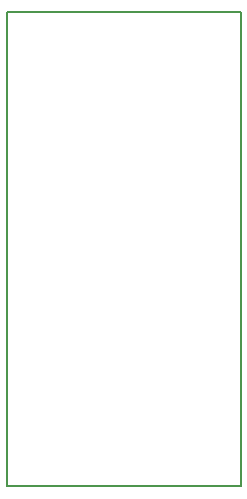
<source format=gbr>
%TF.GenerationSoftware,KiCad,Pcbnew,7.0.7-7.0.7~ubuntu23.04.1*%
%TF.CreationDate,2023-09-11T00:51:15+00:00*%
%TF.ProjectId,STEPUPDC02,53544550-5550-4444-9330-322e6b696361,rev?*%
%TF.SameCoordinates,Original*%
%TF.FileFunction,Profile,NP*%
%FSLAX46Y46*%
G04 Gerber Fmt 4.6, Leading zero omitted, Abs format (unit mm)*
G04 Created by KiCad (PCBNEW 7.0.7-7.0.7~ubuntu23.04.1) date 2023-09-11 00:51:15*
%MOMM*%
%LPD*%
G01*
G04 APERTURE LIST*
%TA.AperFunction,Profile*%
%ADD10C,0.150000*%
%TD*%
G04 APERTURE END LIST*
D10*
X20066000Y254000D02*
X20066000Y40386000D01*
X254000Y254000D02*
X20066000Y254000D01*
X254000Y254000D02*
X254000Y40386000D01*
X254000Y40386000D02*
X20066000Y40386000D01*
M02*

</source>
